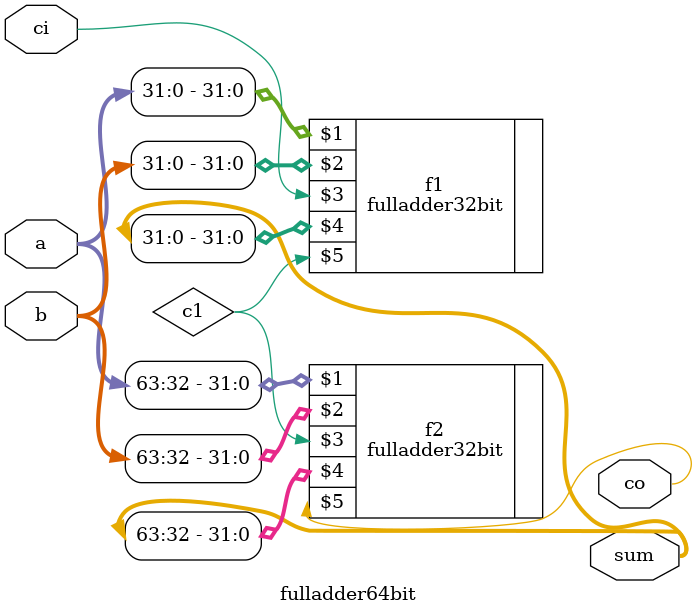
<source format=v>
`include "fulladder32bit.v"

module fulladder64bit(a,b,ci,sum,co);

input [63:0] a,b;
input ci;
output [63  :0] sum;
output co;

wire c1;

fulladder32bit f1(a[31:0],b[31:0],ci,sum[31:0],c1);
fulladder32bit f2(a[63:32],b[63:32],c1,sum[63:32],co);

endmodule

</source>
